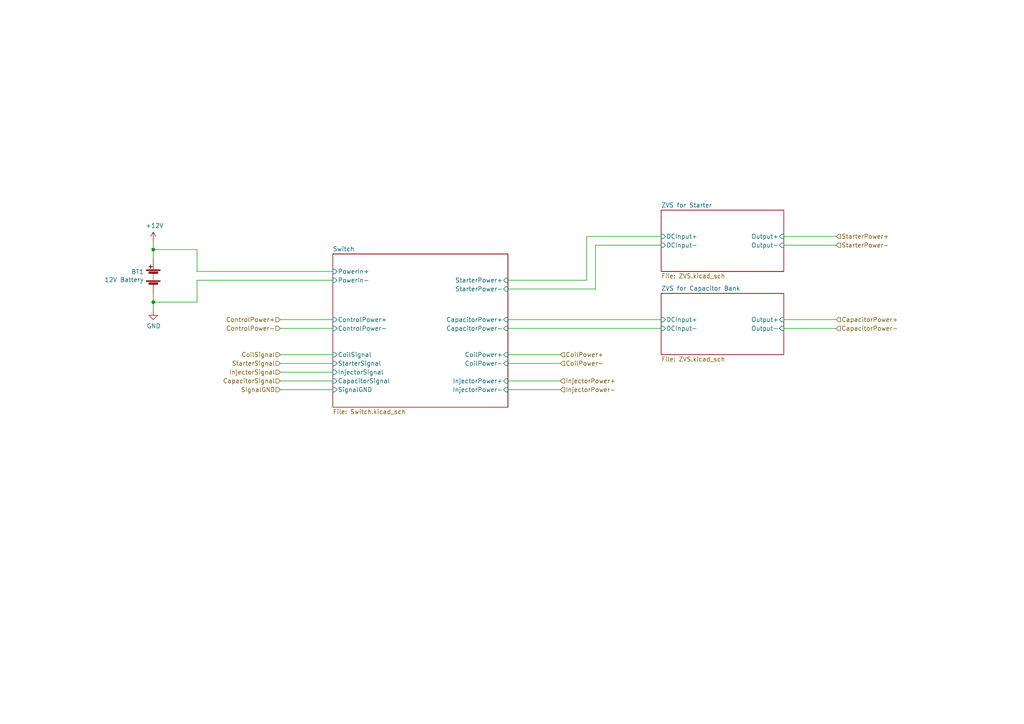
<source format=kicad_sch>
(kicad_sch (version 20211123) (generator eeschema)
  (paper "A4")
  (title_block (title "Power Subsystem") (date "2020-01-07") (rev "1"))
  (lib_symbols
    (symbol "Device:Battery" (pin_numbers hide) (pin_names (offset 0) hide)
      (property "Reference" "BT" (at 2.54 2.54 0))
      (property "Value" "Battery" (at 2.54 0 0))
      (symbol "Battery_0_1"
        (rectangle (start -2.032 -1.397) (end 2.032 -1.651) (fill (type outline)))
        (rectangle (start -2.032 1.778) (end 2.032 1.524) (fill (type outline)))
        (rectangle (start -1.3208 -1.9812) (end 1.27 -2.4892) (fill (type outline)))
        (rectangle (start -1.3208 1.1938) (end 1.27 0.6858) (fill (type outline)))
        (polyline (pts (xy 0 -1.524) (xy 0 -1.27)))
        (polyline (pts (xy 0 -1.016) (xy 0 -0.762)))
        (polyline (pts (xy 0 -0.508) (xy 0 -0.254)))
        (polyline (pts (xy 0 0) (xy 0 0.254)))
        (polyline (pts (xy 0 0.508) (xy 0 0.762)))
        (polyline (pts (xy 0 1.778) (xy 0 2.54)))
        (polyline (pts (xy 0.254 2.667) (xy 1.27 2.667)) (stroke (width 0.254)))
        (polyline (pts (xy 0.762 3.175) (xy 0.762 2.159)) (stroke (width 0.254)))
      )
      (symbol "Battery_1_1"
        (pin passive line (at 0 5.08 270) (length 2.54) (name "+") (number "1"))
        (pin passive line (at 0 -5.08 90) (length 2.54) (name "-") (number "2"))
      )
    )
    (symbol "power:+12V" (power) (pin_names (offset 0))
      (property "Value" "+12V" (at 0 3.556 0))
      (symbol "+12V_0_1"
        (polyline (pts (xy -0.762 1.27) (xy 0 2.54)))
        (polyline (pts (xy 0 0) (xy 0 2.54)))
        (polyline (pts (xy 0 2.54) (xy 0.762 1.27)))
      )
      (symbol "+12V_1_1"
        (pin power_in line (at 0 0 90) (length 0) hide (name "+12V") (number "1"))
      )
    )
    (symbol "power:GND" (power) (pin_names (offset 0))
      (property "Value" "GND" (at 0 -3.81 0))
      (symbol "GND_0_1"
        (polyline (pts (xy 0 0) (xy 0 -1.27) (xy 1.27 -1.27) (xy 0 -2.54) (xy -1.27 -1.27) (xy 0 -1.27)))
      )
      (symbol "GND_1_1"
        (pin power_in line (at 0 0 270) (length 0) hide (name "GND") (number "1"))
      )
    )
  )
  (junction (at 44.45 87.63))
  (junction (at 44.45 72.39))
  (wire (pts (xy 57.15 78.74) (xy 57.15 72.39)))
  (wire (pts (xy 170.18 81.28) (xy 170.18 68.58)))
  (wire (pts (xy 96.52 113.03) (xy 81.28 113.03)))
  (wire (pts (xy 96.52 107.95) (xy 81.28 107.95)))
  (wire (pts (xy 162.56 105.41) (xy 147.32 105.41)))
  (wire (pts (xy 96.52 105.41) (xy 81.28 105.41)))
  (wire (pts (xy 242.57 92.71) (xy 227.33 92.71)))
  (wire (pts (xy 147.32 83.82) (xy 172.72 83.82)))
  (wire (pts (xy 81.28 95.25) (xy 96.52 95.25)))
  (wire (pts (xy 227.33 95.25) (xy 242.57 95.25)))
  (wire (pts (xy 147.32 110.49) (xy 162.56 110.49)))
  (wire (pts (xy 96.52 110.49) (xy 81.28 110.49)))
  (wire (pts (xy 44.45 87.63) (xy 57.15 87.63)))
  (wire (pts (xy 147.32 113.03) (xy 162.56 113.03)))
  (wire (pts (xy 44.45 69.85) (xy 44.45 72.39)))
  (wire (pts (xy 96.52 102.87) (xy 81.28 102.87)))
  (wire (pts (xy 57.15 81.28) (xy 96.52 81.28)))
  (wire (pts (xy 147.32 81.28) (xy 170.18 81.28)))
  (wire (pts (xy 57.15 81.28) (xy 57.15 87.63)))
  (wire (pts (xy 170.18 68.58) (xy 191.77 68.58)))
  (wire (pts (xy 242.57 71.12) (xy 227.33 71.12)))
  (wire (pts (xy 57.15 78.74) (xy 96.52 78.74)))
  (wire (pts (xy 191.77 95.25) (xy 147.32 95.25)))
  (wire (pts (xy 44.45 90.17) (xy 44.45 87.63)))
  (wire (pts (xy 147.32 92.71) (xy 191.77 92.71)))
  (wire (pts (xy 172.72 83.82) (xy 172.72 71.12)))
  (wire (pts (xy 81.28 92.71) (xy 96.52 92.71)))
  (wire (pts (xy 147.32 102.87) (xy 162.56 102.87)))
  (wire (pts (xy 44.45 85.09) (xy 44.45 87.63)))
  (wire (pts (xy 44.45 72.39) (xy 57.15 72.39)))
  (wire (pts (xy 44.45 74.93) (xy 44.45 72.39)))
  (wire (pts (xy 172.72 71.12) (xy 191.77 71.12)))
  (wire (pts (xy 242.57 68.58) (xy 227.33 68.58)))
  (hierarchical_label "CapacitorPower-" (shape input) (at 242.57 95.25 0))
  (hierarchical_label "StarterSignal" (shape input) (at 81.28 105.41 180))
  (hierarchical_label "ControlPower+" (shape input) (at 81.28 92.71 180))
  (hierarchical_label "ControlPower-" (shape input) (at 81.28 95.25 180))
  (hierarchical_label "InjectorSignal" (shape input) (at 81.28 107.95 180))
  (hierarchical_label "SignalGND" (shape input) (at 81.28 113.03 180))
  (hierarchical_label "CoilSignal" (shape input) (at 81.28 102.87 180))
  (hierarchical_label "StarterPower-" (shape input) (at 242.57 71.12 0))
  (hierarchical_label "CapacitorSignal" (shape input) (at 81.28 110.49 180))
  (hierarchical_label "StarterPower+" (shape input) (at 242.57 68.58 0))
  (hierarchical_label "InjectorPower-" (shape input) (at 162.56 113.03 0))
  (hierarchical_label "CapacitorPower+" (shape input) (at 242.57 92.71 0))
  (hierarchical_label "CoilPower+" (shape input) (at 162.56 102.87 0))
  (hierarchical_label "InjectorPower+" (shape input) (at 162.56 110.49 0))
  (hierarchical_label "CoilPower-" (shape input) (at 162.56 105.41 0))
  (symbol (lib_id "power:+12V") (at 44.45 69.85 0) (unit 1)
    (property "Reference" "#PWR?" (effects hide))
    (property "Value" "+12V" (at 44.831 65.4558 0))
  )
  (symbol (lib_id "power:GND") (at 44.45 90.17 0) (unit 1)
    (property "Reference" "#PWR?" (effects hide))
    (property "Value" "GND" (at 44.577 94.5642 0))
  )
  (symbol (lib_id "Device:Battery") (at 44.45 80.01 0) (mirror y) (unit 1)
    (property "Reference" "BT1" (at 41.7068 78.8416 0) (effects (justify left)))
    (property "Value" "12V Battery" (at 41.7068 81.153 0) (effects (justify left)))
  )
  (sheet (at 191.77 60.96) (size 35.56 17.78)
    (property "Sheet name" "ZVS for Starter" (at 191.77 60.2484 0) (effects (justify left bottom)))
    (property "Sheet file" "ZVS.kicad_sch" (at 191.77 79.3246 0) (effects (justify left top)))
    (pin "Output+" input (at 227.33 68.58 0))
    (pin "Output-" input (at 227.33 71.12 0))
    (pin "DCInput+" input (at 191.77 68.58 180))
    (pin "DCInput-" input (at 191.77 71.12 180))
  )
  (sheet (at 96.52 73.66) (size 50.8 44.45)
    (property "Sheet name" "Switch" (at 96.52 72.9484 0) (effects (justify left bottom)))
    (property "Sheet file" "Switch.kicad_sch" (at 96.52 118.6946 0) (effects (justify left top)))
    (pin "StarterPower+" input (at 147.32 81.28 0))
    (pin "CapacitorPower+" input (at 147.32 92.71 0))
    (pin "CapacitorPower-" input (at 147.32 95.25 0))
    (pin "StarterPower-" input (at 147.32 83.82 0))
    (pin "CapacitorSignal" input (at 96.52 110.49 180))
    (pin "SignalGND" input (at 96.52 113.03 180))
    (pin "StarterSignal" input (at 96.52 105.41 180))
    (pin "InjectorSignal" input (at 96.52 107.95 180))
    (pin "InjectorPower-" input (at 147.32 113.03 0))
    (pin "InjectorPower+" input (at 147.32 110.49 0))
    (pin "CoilSignal" input (at 96.52 102.87 180))
    (pin "PowerIn+" input (at 96.52 78.74 180))
    (pin "PowerIn-" input (at 96.52 81.28 180))
    (pin "ControlPower-" input (at 96.52 95.25 180))
    (pin "ControlPower+" input (at 96.52 92.71 180))
    (pin "CoilPower-" input (at 147.32 105.41 0))
    (pin "CoilPower+" input (at 147.32 102.87 0))
  )
  (sheet (at 191.77 85.09) (size 35.56 17.78)
    (property "Sheet name" "ZVS for Capacitor Bank" (at 191.77 84.3784 0) (effects (justify left bottom)))
    (property "Sheet file" "ZVS.kicad_sch" (at 191.77 103.4546 0) (effects (justify left top)))
    (pin "Output+" input (at 227.33 92.71 0))
    (pin "Output-" input (at 227.33 95.25 0))
    (pin "DCInput+" input (at 191.77 92.71 180))
    (pin "DCInput-" input (at 191.77 95.25 180))
  )
)
</source>
